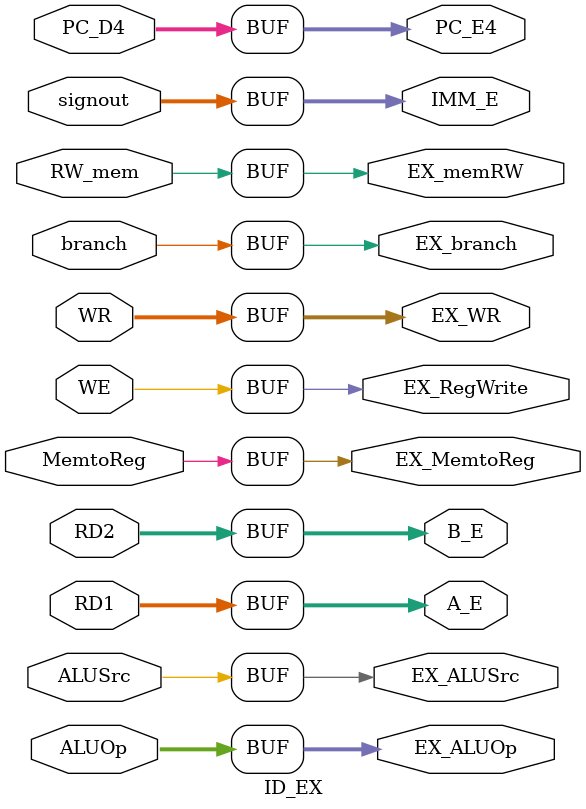
<source format=v>
module ID_EX(PC_D4, RD1, RD2, signout, ALUSrc, ALUOp, branch, RW_mem, MemtoReg, WE, WR,   
PC_E4, A_E, B_E, IMM_E, EX_ALUSrc, EX_ALUOp, EX_branch, EX_memRW, EX_MemtoReg, EX_RegWrite, EX_WR);

    input [31:0] PC_D4;
    input [31:0] RD1;
    input [31:0] RD2;
    input [31:0] signout;
    input ALUSrc;
    input [1:0] ALUOp;
    input branch;
    input RW_mem;
    input MemtoReg;
    input WE;
    input [4:0] WR;

    output reg [31:0] PC_E4;
    output reg [31:0] A_E;
    output reg [31:0] B_E;
    output reg [31:0] IMM_E;
    output reg EX_ALUSrc;
    output reg [1:0] EX_ALUOp;
    output reg EX_branch;
    output reg EX_memRW;
    output reg EX_MemtoReg;
    output reg EX_RegWrite;
    output reg [4:0] EX_WR;
    



    always @(*) begin
        PC_E4 <= PC_D4;
        A_E <= RD1;
        B_E <= RD2;
        IMM_E <= signout;
        EX_ALUSrc <= ALUSrc;
        EX_ALUOp <= ALUOp;
        EX_branch <= branch;
        EX_memRW <= RW_mem;
        EX_MemtoReg <= MemtoReg;
        EX_RegWrite <= WE;
        EX_WR <= WR;
        $display("%2t: ID_EX", $time);
    end

// iverilog -o test Vr_inst_mem.v PipelinedCpu.v PipelinedCpu_tb.v Vr_register_file.v SignedExtension.v Vr_data_mem.v Control.v ALUcontrol.v mux.v ALU.v Shift.v ALU_ADD.v PC.v ADD_4.v ANDGATE.v IF_ID.v ID_EX.v EX_MEM.v MEM_WB.v
endmodule
</source>
